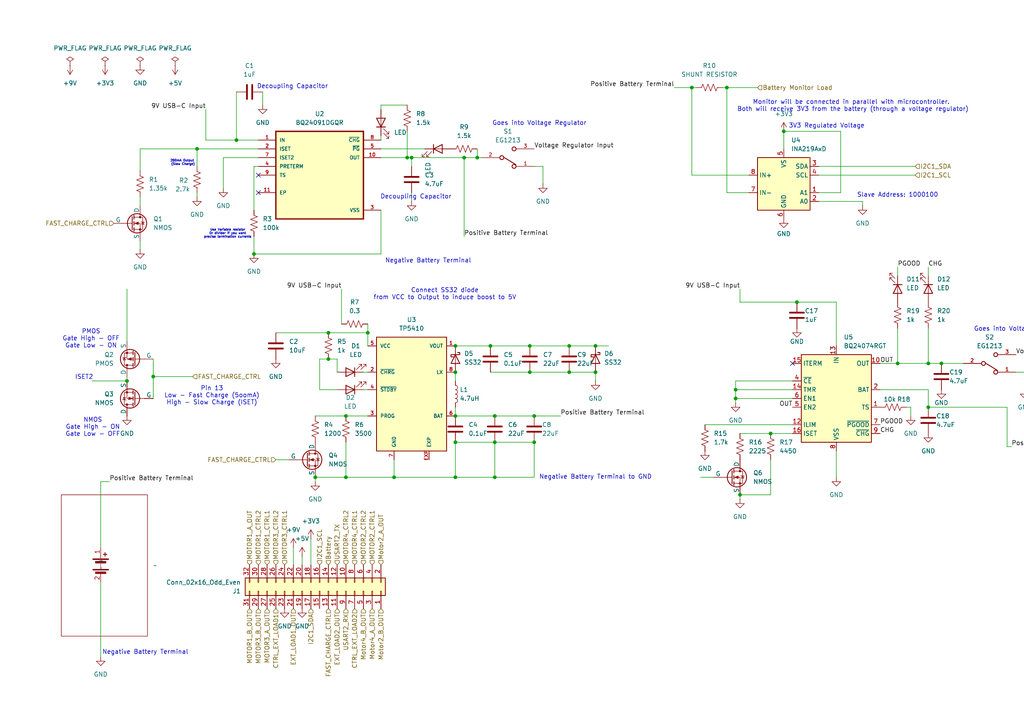
<source format=kicad_sch>
(kicad_sch (version 20250114) (generator "eeschema") (generator_version "9.0")
  (paper "A4")
  (title_block (title "EEE3088F Project PCB Design") (date "2025-03-24") (rev "v1.0.2") (company "University of Cape Town") (comment 3 "         Emmanual Basua") (comment 4 "Authors: Nejdet Demirtas"))
  (lib_symbols
    (symbol "Battery_Management:BQ24074RGT"
      (property "Reference" "U" (at -8.89 13.97 0))
      (property "Value" "BQ24074RGT" (at 16.51 13.97 0))
      (symbol "BQ24074RGT_1_1"
        (pin input line (at -12.7 10.16 0) (length 2.54) (name "ITERM") (number "15"))
        (pin input line (at -12.7 5.08 0) (length 2.54) (name "~{CE}") (number "4"))
        (pin input line (at -12.7 2.54 0) (length 2.54) (name "TMR") (number "14"))
        (pin input line (at -12.7 0 0) (length 2.54) (name "EN1") (number "6"))
        (pin input line (at -12.7 -2.54 0) (length 2.54) (name "EN2") (number "5"))
        (pin passive line (at -12.7 -7.62 0) (length 2.54) (name "ILIM") (number "12"))
        (pin passive line (at -12.7 -10.16 0) (length 2.54) (name "ISET") (number "16"))
        (pin power_in line (at 0 15.24 270) (length 2.54) (name "IN") (number "13"))
        (pin passive line (at 0 -15.24 90) (length 2.54) (hide yes) (name "VSS") (number "17"))
        (pin power_in line (at 0 -15.24 90) (length 2.54) (name "VSS") (number "8"))
        (pin power_out line (at 12.7 10.16 180) (length 2.54) (name "OUT") (number "10"))
        (pin passive line (at 12.7 10.16 180) (length 2.54) (hide yes) (name "OUT") (number "11"))
        (pin power_out line (at 12.7 2.54 180) (length 2.54) (name "BAT") (number "2"))
        (pin passive line (at 12.7 2.54 180) (length 2.54) (hide yes) (name "BAT") (number "3"))
        (pin passive line (at 12.7 -2.54 180) (length 2.54) (name "TS") (number "1"))
        (pin open_collector line (at 12.7 -7.62 180) (length 2.54) (name "~{PGOOD}") (number "7"))
        (pin open_collector line (at 12.7 -10.16 180) (length 2.54) (name "~{CHG}") (number "9"))
      )
    )
    (symbol "Connector_Generic:Conn_02x16_Odd_Even" (pin_names (offset 1.016) (hide yes))
      (property "Reference" "J" (at 1.27 20.32 0))
      (property "Value" "Conn_02x16_Odd_Even" (at 1.27 -22.86 0))
      (symbol "Conn_02x16_Odd_Even_1_1"
        (pin passive line (at -5.08 17.78 0) (length 3.81) (name "Pin_1") (number "1"))
        (pin passive line (at -5.08 15.24 0) (length 3.81) (name "Pin_3") (number "3"))
        (pin passive line (at -5.08 12.7 0) (length 3.81) (name "Pin_5") (number "5"))
        (pin passive line (at -5.08 10.16 0) (length 3.81) (name "Pin_7") (number "7"))
        (pin passive line (at -5.08 7.62 0) (length 3.81) (name "Pin_9") (number "9"))
        (pin passive line (at -5.08 5.08 0) (length 3.81) (name "Pin_11") (number "11"))
        (pin passive line (at -5.08 2.54 0) (length 3.81) (name "Pin_13") (number "13"))
        (pin passive line (at -5.08 0 0) (length 3.81) (name "Pin_15") (number "15"))
        (pin passive line (at -5.08 -2.54 0) (length 3.81) (name "Pin_17") (number "17"))
        (pin passive line (at -5.08 -5.08 0) (length 3.81) (name "Pin_19") (number "19"))
        (pin passive line (at -5.08 -7.62 0) (length 3.81) (name "Pin_21") (number "21"))
        (pin passive line (at -5.08 -10.16 0) (length 3.81) (name "Pin_23") (number "23"))
        (pin passive line (at -5.08 -12.7 0) (length 3.81) (name "Pin_25") (number "25"))
        (pin passive line (at -5.08 -15.24 0) (length 3.81) (name "Pin_27") (number "27"))
        (pin passive line (at -5.08 -17.78 0) (length 3.81) (name "Pin_29") (number "29"))
        (pin passive line (at -5.08 -20.32 0) (length 3.81) (name "Pin_31") (number "31"))
        (pin passive line (at 7.62 17.78 180) (length 3.81) (name "Pin_2") (number "2"))
        (pin passive line (at 7.62 15.24 180) (length 3.81) (name "Pin_4") (number "4"))
        (pin passive line (at 7.62 12.7 180) (length 3.81) (name "Pin_6") (number "6"))
        (pin passive line (at 7.62 10.16 180) (length 3.81) (name "Pin_8") (number "8"))
        (pin passive line (at 7.62 7.62 180) (length 3.81) (name "Pin_10") (number "10"))
        (pin passive line (at 7.62 5.08 180) (length 3.81) (name "Pin_12") (number "12"))
        (pin passive line (at 7.62 2.54 180) (length 3.81) (name "Pin_14") (number "14"))
        (pin passive line (at 7.62 0 180) (length 3.81) (name "Pin_16") (number "16"))
        (pin passive line (at 7.62 -2.54 180) (length 3.81) (name "Pin_18") (number "18"))
        (pin passive line (at 7.62 -5.08 180) (length 3.81) (name "Pin_20") (number "20"))
        (pin passive line (at 7.62 -7.62 180) (length 3.81) (name "Pin_22") (number "22"))
        (pin passive line (at 7.62 -10.16 180) (length 3.81) (name "Pin_24") (number "24"))
        (pin passive line (at 7.62 -12.7 180) (length 3.81) (name "Pin_26") (number "26"))
        (pin passive line (at 7.62 -15.24 180) (length 3.81) (name "Pin_28") (number "28"))
        (pin passive line (at 7.62 -17.78 180) (length 3.81) (name "Pin_30") (number "30"))
        (pin passive line (at 7.62 -20.32 180) (length 3.81) (name "Pin_32") (number "32"))
      )
    )
    (symbol "Device:C" (pin_numbers (hide yes)) (pin_names (offset 0.254))
      (property "Reference" "C" (at 0.635 2.54 0))
      (property "Value" "C" (at 0.635 -2.54 0))
      (symbol "C_1_1"
        (pin passive line (at 0 3.81 270) (length 2.794) (name "~") (number "1"))
        (pin passive line (at 0 -3.81 90) (length 2.794) (name "~") (number "2"))
      )
    )
    (symbol "Device:L" (pin_numbers (hide yes)) (pin_names (offset 1.016) (hide yes))
      (property "Reference" "L" (at -1.27 0 90))
      (property "Value" "L" (at 1.905 0 90))
      (symbol "L_1_1"
        (pin passive line (at 0 3.81 270) (length 1.27) (name "1") (number "1"))
        (pin passive line (at 0 -3.81 90) (length 1.27) (name "2") (number "2"))
      )
    )
    (symbol "Device:LED" (pin_numbers (hide yes)) (pin_names (offset 1.016) (hide yes))
      (property "Reference" "D" (at 0 2.54 0))
      (property "Value" "LED" (at 0 -2.54 0))
      (symbol "LED_1_1"
        (pin passive line (at -3.81 0 0) (length 2.54) (name "K") (number "1"))
        (pin passive line (at 3.81 0 180) (length 2.54) (name "A") (number "2"))
      )
    )
    (symbol "Device:LiPo_Battery"
      (symbol "LiPo_Battery_1_1"
        (pin passive line (at 0 3.81 270) (length 2.54) (name "+") (number "1"))
        (pin passive line (at 0 -6.35 90) (length 2.54) (name "-") (number "2"))
      )
    )
    (symbol "Device:R_US" (pin_numbers (hide yes)) (pin_names (offset 0))
      (property "Reference" "R" (at 2.54 0 90))
      (property "Value" "R_US" (at -2.54 0 90))
      (symbol "R_US_1_1"
        (pin passive line (at 0 3.81 270) (length 1.27) (name "~") (number "1"))
        (pin passive line (at 0 -3.81 90) (length 1.27) (name "~") (number "2"))
      )
    )
    (symbol "Diode:SS32" (pin_numbers (hide yes)) (pin_names (offset 1.016) (hide yes))
      (property "Reference" "D" (at 0 2.54 0))
      (property "Value" "SS32" (at 0 -2.54 0))
      (symbol "SS32_1_1"
        (pin passive line (at -3.81 0 0) (length 2.54) (name "K") (number "1"))
        (pin passive line (at 3.81 0 180) (length 2.54) (name "A") (number "2"))
      )
    )
    (symbol "Micro-Mouse Symbol Library:BQ24091DGQR" (pin_names (offset 1.016))
      (property "Reference" "U" (at -12.7 13.7 0))
      (property "Value" "BQ24091DGQR" (at -12.7 -16.7 0))
      (symbol "BQ24091DGQR_0_0"
        (pin input line (at -17.78 10.16 0) (length 5.08) (name "IN") (number "1"))
        (pin input line (at -17.78 7.62 0) (length 5.08) (name "ISET") (number "2"))
        (pin input line (at -17.78 5.08 0) (length 5.08) (name "ISET2") (number "7"))
        (pin input line (at -17.78 2.54 0) (length 5.08) (name "PRETERM") (number "4"))
        (pin input line (at -17.78 0 0) (length 5.08) (name "TS") (number "9"))
        (pin bidirectional line (at -17.78 -5.08 0) (length 5.08) (name "EP") (number "11"))
        (pin output line (at 17.78 10.16 180) (length 5.08) (name "~{CHG}") (number "8"))
        (pin output line (at 17.78 7.62 180) (length 5.08) (name "~{PG}") (number "5"))
        (pin output line (at 17.78 5.08 180) (length 5.08) (name "OUT") (number "10"))
        (pin power_in line (at 17.78 -10.16 180) (length 5.08) (name "VSS") (number "3"))
      )
    )
    (symbol "Micro-Mouse Symbol Library:EG1213" (pin_names (offset 1.016))
      (property "Reference" "S" (at 0 0 0))
      (property "Value" "EG1213" (at 0 0 0))
      (symbol "EG1213_0_0"
        (pin passive line (at -7.62 2.54 0) (length 5.08) (name "~") (number "1"))
        (pin passive line (at -7.62 -2.54 0) (length 5.08) (name "~") (number "3"))
        (pin passive line (at 7.62 0 180) (length 5.08) (name "~") (number "2"))
      )
    )
    (symbol "Sensor_Energy:INA219AxD"
      (property "Reference" "U" (at -6.35 8.89 0))
      (property "Value" "INA219AxD" (at 5.08 8.89 0))
      (symbol "INA219AxD_1_1"
        (pin input line (at -10.16 2.54 0) (length 2.54) (name "IN+") (number "8"))
        (pin input line (at -10.16 -2.54 0) (length 2.54) (name "IN-") (number "7"))
        (pin power_in line (at 0 10.16 270) (length 2.54) (name "VS") (number "5"))
        (pin power_in line (at 0 -10.16 90) (length 2.54) (name "GND") (number "6"))
        (pin bidirectional line (at 10.16 5.08 180) (length 2.54) (name "SDA") (number "3"))
        (pin input line (at 10.16 2.54 180) (length 2.54) (name "SCL") (number "4"))
        (pin input line (at 10.16 -2.54 180) (length 2.54) (name "A1") (number "1"))
        (pin input line (at 10.16 -5.08 180) (length 2.54) (name "A0") (number "2"))
      )
    )
    (symbol "Simulation_SPICE:NMOS" (pin_numbers (hide yes)) (pin_names (offset 0))
      (property "Reference" "Q" (at 5.08 1.27 0))
      (property "Value" "NMOS" (at 5.08 -1.27 0))
      (symbol "NMOS_1_1"
        (pin input line (at -5.08 0 0) (length 2.54) (name "G") (number "2"))
        (pin passive line (at 2.54 5.08 270) (length 2.54) (name "D") (number "1"))
        (pin passive line (at 2.54 -5.08 90) (length 2.54) (name "S") (number "3"))
      )
    )
    (symbol "Simulation_SPICE:PMOS" (pin_numbers (hide yes)) (pin_names (offset 0))
      (property "Reference" "Q" (at 5.08 1.27 0))
      (property "Value" "PMOS" (at 5.08 -1.27 0))
      (symbol "PMOS_1_1"
        (pin input line (at -5.08 0 0) (length 2.54) (name "G") (number "2"))
        (pin passive line (at 2.54 5.08 270) (length 2.54) (name "D") (number "1"))
        (pin passive line (at 2.54 -5.08 90) (length 2.54) (name "S") (number "3"))
      )
    )
    (symbol "TP5410:TP5410" (pin_names (offset 1.016))
      (property "Reference" "U" (at -10.16 23.622 0))
      (property "Value" "TP5410" (at 7.62 -12.7 0))
      (symbol "TP5410_0_0"
        (pin bidirectional line (at -12.7 20.32 0) (length 2.54) (name "VCC") (number "5"))
        (pin bidirectional line (at -12.7 12.7 0) (length 2.54) (name "~{CHRG}") (number "2"))
        (pin bidirectional line (at -12.7 7.62 0) (length 2.54) (name "~{STDBY}") (number "4"))
        (pin bidirectional line (at -12.7 0 0) (length 2.54) (name "PROG") (number "3"))
        (pin bidirectional line (at -5.08 -12.7 90) (length 2.54) (name "GND") (number "7"))
        (pin bidirectional line (at 5.08 -12.7 90) (length 2.54) (name "EXP") (number "EXP"))
        (pin bidirectional line (at 12.7 20.32 180) (length 2.54) (name "VOUT") (number "1"))
        (pin bidirectional line (at 12.7 12.7 180) (length 2.54) (name "LX") (number "8"))
        (pin bidirectional line (at 12.7 0 180) (length 2.54) (name "BAT") (number "6"))
      )
    )
    (symbol "power:+3V3" (power) (pin_numbers (hide yes)) (pin_names (offset 0) (hide yes))
      (property "Value" "+3V3" (at 0 3.556 0))
      (symbol "+3V3_1_1"
        (pin power_in line (at 0 0 90) (length 0) (name "~") (number "1"))
      )
    )
    (symbol "power:+5V" (power) (pin_numbers (hide yes)) (pin_names (offset 0) (hide yes))
      (property "Value" "+5V" (at 0 3.556 0))
      (symbol "+5V_1_1"
        (pin power_in line (at 0 0 90) (length 0) (name "~") (number "1"))
      )
    )
    (symbol "power:+9V" (power) (pin_numbers (hide yes)) (pin_names (offset 0) (hide yes))
      (property "Value" "+9V" (at 0 3.556 0))
      (symbol "+9V_1_1"
        (pin power_in line (at 0 0 90) (length 0) (name "~") (number "1"))
      )
    )
    (symbol "power:GND" (power) (pin_numbers (hide yes)) (pin_names (offset 0) (hide yes))
      (property "Value" "GND" (at 0 -3.81 0))
      (symbol "GND_1_1"
        (pin power_in line (at 0 0 270) (length 0) (name "~") (number "1"))
      )
    )
    (symbol "power:PWR_FLAG" (power) (pin_numbers (hide yes)) (pin_names (offset 0) (hide yes))
      (property "Value" "PWR_FLAG" (at 0 3.81 0))
      (symbol "PWR_FLAG_0_0"
        (pin power_out line (at 0 0 90) (length 0) (name "~") (number "1"))
      )
    )
  )
  (text "3V3 Regulated Voltage\n" (at 239.776 36.576 0) (effects (font (size 1.27 1.27))))
  (text "Connect SS32 diode\nfrom VCC to Output to induce boost to 5V" (at 129.032 85.344 0) (effects (font (size 1.27 1.27))))
  (text "ISET2\n" (at 24.384 109.474 0) (effects (font (size 1.27 1.27))))
  (text "Monitor will be connected in parallel with microcontroller. \nBoth will receive 3V3 from the battery (through a voltage regulator)" (at 247.396 30.734 0) (effects (font (size 1.27 1.27))))
  (text "Slave Address: 1000100\n" (at 260.35 56.642 0) (effects (font (size 1.27 1.27))))
  (text "200mA Output \n(Slow Charge)" (at 53.086 47.244 0) (effects (font (size 0.635 0.635))))
  (text "Pin 13\nLow - Fast Charge (5oomA)\nHigh - Slow Charge (ISET)\n" (at 61.468 114.808 0) (effects (font (size 1.27 1.27))))
  (text "NMOS\nGate High - ON\nGate Low - OFF\n" (at 26.924 123.952 0) (effects (font (size 1.27 1.27))))
  (text "Negative Battery Terminal\n" (at 42.164 189.23 0) (effects (font (size 1.27 1.27))))
  (text "Use Variable resistor\nOr divider if you want\nprecise termination currents" (at 66.04 67.818 0) (effects (font (size 0.635 0.635))))
  (text "Negative Battery Terminal" (at 124.206 75.692 0) (effects (font (size 1.27 1.27))))
  (text "PMOS\nGate High - OFF\nGate Low - ON" (at 26.416 98.298 0) (effects (font (size 1.27 1.27))))
  (text "Goes into Voltage Regulator\n" (at 156.464 35.814 0) (effects (font (size 1.27 1.27))))
  (text "Decoupling Capacitor\n" (at 84.836 25.146 0) (effects (font (size 1.27 1.27))))
  (text "Decoupling Capacitor\n" (at 120.65 57.15 0) (effects (font (size 1.27 1.27))))
  (text "Goes into Voltage Regulator\n" (at 296.164 95.504 0) (effects (font (size 1.27 1.27))))
  (text "Negative Battery Terminal to GND\n" (at 172.72 138.43 0) (effects (font (size 1.27 1.27))))
  (junction (at 68.58 40.64))
  (junction (at 143.51 138.43))
  (junction (at 132.08 100.33))
  (junction (at 142.24 100.33))
  (junction (at 231.14 87.63))
  (junction (at 36.83 110.49))
  (junction (at 106.68 96.52))
  (junction (at 119.38 45.72))
  (junction (at 132.08 128.27))
  (junction (at 210.82 25.4))
  (junction (at 153.67 100.33))
  (junction (at 172.72 100.33))
  (junction (at 114.3 138.43))
  (junction (at 227.33 38.1))
  (junction (at 95.25 96.52))
  (junction (at 44.45 109.22))
  (junction (at 153.67 107.95))
  (junction (at 213.36 115.57))
  (junction (at 132.08 120.65))
  (junction (at 273.05 105.41))
  (junction (at 172.72 107.95))
  (junction (at 269.24 118.11))
  (junction (at 214.63 143.51))
  (junction (at 165.1 100.33))
  (junction (at 260.35 105.41))
  (junction (at 132.08 138.43))
  (junction (at 73.66 73.66))
  (junction (at 100.33 138.43))
  (junction (at 95.25 104.14))
  (junction (at 154.94 120.65))
  (junction (at 138.43 45.72))
  (junction (at 132.08 107.95))
  (junction (at 200.66 25.4))
  (junction (at 100.33 120.65))
  (junction (at 143.51 120.65))
  (junction (at 154.94 128.27))
  (junction (at 165.1 107.95))
  (junction (at 143.51 128.27))
  (junction (at 213.36 113.03))
  (junction (at 57.15 43.18))
  (junction (at 91.44 138.43))
  (junction (at 118.11 45.72))
  (junction (at 269.24 105.41))
  (junction (at 134.62 45.72))
  (junction (at 223.52 125.73))
  (no_connect (at 74.93 55.88))
  (no_connect (at 74.93 50.8))
  (no_connect (at 229.87 105.41))
  (wire (pts (xy 250.19 58.42) (xy 250.19 59.69)))
  (wire (pts (xy 154.94 128.27) (xy 154.94 138.43)))
  (wire (pts (xy 269.24 105.41) (xy 273.05 105.41)))
  (wire (pts (xy 132.08 118.11) (xy 132.08 120.65)))
  (wire (pts (xy 142.24 100.33) (xy 153.67 100.33)))
  (wire (pts (xy 297.18 107.95) (xy 297.18 113.03)))
  (wire (pts (xy 269.24 113.03) (xy 269.24 118.11)))
  (wire (pts (xy 91.44 138.43) (xy 91.44 139.7)))
  (wire (pts (xy 227.33 38.1) (xy 227.33 43.18)))
  (wire (pts (xy 92.71 104.14) (xy 95.25 104.14)))
  (wire (pts (xy 29.21 139.7) (xy 31.75 139.7)))
  (wire (pts (xy 97.79 104.14) (xy 97.79 107.95)))
  (wire (pts (xy 157.48 48.26) (xy 157.48 53.34)))
  (wire (pts (xy 40.64 43.18) (xy 40.64 49.53)))
  (wire (pts (xy 132.08 107.95) (xy 132.08 110.49)))
  (wire (pts (xy 273.05 105.41) (xy 279.4 105.41)))
  (wire (pts (xy 200.66 50.8) (xy 217.17 50.8)))
  (wire (pts (xy 92.71 104.14) (xy 92.71 113.03)))
  (wire (pts (xy 142.24 107.95) (xy 153.67 107.95)))
  (wire (pts (xy 214.63 143.51) (xy 214.63 144.78)))
  (wire (pts (xy 209.55 25.4) (xy 210.82 25.4)))
  (wire (pts (xy 132.08 120.65) (xy 143.51 120.65)))
  (wire (pts (xy 292.1 118.11) (xy 269.24 118.11)))
  (wire (pts (xy 40.64 57.15) (xy 40.64 59.69)))
  (wire (pts (xy 95.25 104.14) (xy 97.79 104.14)))
  (wire (pts (xy 40.64 69.85) (xy 40.64 72.39)))
  (wire (pts (xy 269.24 77.47) (xy 269.24 80.01)))
  (wire (pts (xy 172.72 107.95) (xy 172.72 110.49)))
  (wire (pts (xy 110.49 43.18) (xy 123.19 43.18)))
  (wire (pts (xy 213.36 113.03) (xy 229.87 113.03)))
  (wire (pts (xy 76.2 26.67) (xy 76.2 30.48)))
  (wire (pts (xy 213.36 115.57) (xy 213.36 116.84)))
  (wire (pts (xy 214.63 87.63) (xy 231.14 87.63)))
  (wire (pts (xy 172.72 100.33) (xy 176.53 100.33)))
  (wire (pts (xy 237.49 58.42) (xy 250.19 58.42)))
  (wire (pts (xy 138.43 45.72) (xy 139.7 45.72)))
  (wire (pts (xy 114.3 138.43) (xy 100.33 138.43)))
  (wire (pts (xy 80.01 133.35) (xy 83.82 133.35)))
  (wire (pts (xy 142.24 100.33) (xy 132.08 100.33)))
  (wire (pts (xy 57.15 43.18) (xy 74.93 43.18)))
  (wire (pts (xy 36.83 83.82) (xy 36.83 99.06)))
  (wire (pts (xy 73.66 68.58) (xy 73.66 73.66)))
  (wire (pts (xy 59.69 31.75) (xy 59.69 40.64)))
  (wire (pts (xy 153.67 107.95) (xy 165.1 107.95)))
  (wire (pts (xy 95.25 96.52) (xy 106.68 96.52)))
  (wire (pts (xy 44.45 115.57) (xy 44.45 109.22)))
  (wire (pts (xy 264.16 118.11) (xy 264.16 120.65)))
  (wire (pts (xy 99.06 83.82) (xy 99.06 93.98)))
  (wire (pts (xy 195.58 25.4) (xy 200.66 25.4)))
  (wire (pts (xy 134.62 45.72) (xy 134.62 68.58)))
  (wire (pts (xy 231.14 87.63) (xy 242.57 87.63)))
  (wire (pts (xy 114.3 138.43) (xy 132.08 138.43)))
  (wire (pts (xy 217.17 55.88) (xy 210.82 55.88)))
  (wire (pts (xy 260.35 105.41) (xy 269.24 105.41)))
  (wire (pts (xy 138.43 43.18) (xy 138.43 45.72)))
  (wire (pts (xy 57.15 43.18) (xy 57.15 48.26)))
  (wire (pts (xy 110.49 30.48) (xy 110.49 31.75)))
  (wire (pts (xy 204.47 123.19) (xy 229.87 123.19)))
  (wire (pts (xy 100.33 120.65) (xy 106.68 120.65)))
  (wire (pts (xy 227.33 38.1) (xy 243.84 38.1)))
  (wire (pts (xy 36.83 109.22) (xy 36.83 110.49)))
  (wire (pts (xy 44.45 104.14) (xy 44.45 109.22)))
  (wire (pts (xy 119.38 45.72) (xy 119.38 48.26)))
  (wire (pts (xy 106.68 96.52) (xy 106.68 100.33)))
  (wire (pts (xy 57.15 55.88) (xy 57.15 57.15)))
  (wire (pts (xy 57.15 43.18) (xy 40.64 43.18)))
  (wire (pts (xy 200.66 25.4) (xy 201.93 25.4)))
  (wire (pts (xy 143.51 128.27) (xy 143.51 138.43)))
  (wire (pts (xy 73.66 73.66) (xy 110.49 73.66)))
  (wire (pts (xy 105.41 107.95) (xy 106.68 107.95)))
  (wire (pts (xy 92.71 113.03) (xy 97.79 113.03)))
  (wire (pts (xy 223.52 133.35) (xy 223.52 143.51)))
  (wire (pts (xy 100.33 128.27) (xy 100.33 138.43)))
  (wire (pts (xy 110.49 39.37) (xy 110.49 40.64)))
  (wire (pts (xy 154.94 120.65) (xy 162.56 120.65)))
  (wire (pts (xy 213.36 110.49) (xy 229.87 110.49)))
  (wire (pts (xy 292.1 129.54) (xy 293.37 129.54)))
  (wire (pts (xy 132.08 128.27) (xy 143.51 128.27)))
  (wire (pts (xy 87.63 161.29) (xy 87.63 163.83)))
  (wire (pts (xy 165.1 107.95) (xy 172.72 107.95)))
  (wire (pts (xy 59.69 40.64) (xy 68.58 40.64)))
  (wire (pts (xy 118.11 38.1) (xy 118.11 45.72)))
  (wire (pts (xy 255.27 113.03) (xy 269.24 113.03)))
  (wire (pts (xy 138.43 45.72) (xy 134.62 45.72)))
  (wire (pts (xy 223.52 143.51) (xy 214.63 143.51)))
  (wire (pts (xy 242.57 130.81) (xy 242.57 138.43)))
  (wire (pts (xy 262.89 118.11) (xy 264.16 118.11)))
  (wire (pts (xy 73.66 48.26) (xy 74.93 48.26)))
  (wire (pts (xy 153.67 100.33) (xy 165.1 100.33)))
  (wire (pts (xy 106.68 93.98) (xy 106.68 96.52)))
  (wire (pts (xy 200.66 25.4) (xy 200.66 50.8)))
  (wire (pts (xy 269.24 95.25) (xy 269.24 105.41)))
  (wire (pts (xy 100.33 138.43) (xy 91.44 138.43)))
  (wire (pts (xy 154.94 48.26) (xy 157.48 48.26)))
  (wire (pts (xy 237.49 50.8) (xy 265.43 50.8)))
  (wire (pts (xy 119.38 45.72) (xy 134.62 45.72)))
  (wire (pts (xy 260.35 77.47) (xy 260.35 80.01)))
  (wire (pts (xy 210.82 25.4) (xy 210.82 55.88)))
  (wire (pts (xy 165.1 100.33) (xy 172.72 100.33)))
  (wire (pts (xy 143.51 128.27) (xy 154.94 128.27)))
  (wire (pts (xy 210.82 25.4) (xy 219.71 25.4)))
  (wire (pts (xy 203.2 138.43) (xy 207.01 138.43)))
  (wire (pts (xy 68.58 26.67) (xy 68.58 40.64)))
  (wire (pts (xy 213.36 115.57) (xy 229.87 115.57)))
  (wire (pts (xy 118.11 45.72) (xy 119.38 45.72)))
  (wire (pts (xy 91.44 120.65) (xy 100.33 120.65)))
  (wire (pts (xy 64.77 45.72) (xy 64.77 54.61)))
  (wire (pts (xy 292.1 129.54) (xy 292.1 118.11)))
  (wire (pts (xy 243.84 55.88) (xy 243.84 38.1)))
  (wire (pts (xy 74.93 45.72) (xy 64.77 45.72)))
  (wire (pts (xy 242.57 100.33) (xy 242.57 87.63)))
  (wire (pts (xy 132.08 128.27) (xy 132.08 138.43)))
  (wire (pts (xy 223.52 125.73) (xy 229.87 125.73)))
  (wire (pts (xy 255.27 105.41) (xy 260.35 105.41)))
  (wire (pts (xy 85.09 158.75) (xy 85.09 163.83)))
  (wire (pts (xy 214.63 83.82) (xy 214.63 87.63)))
  (wire (pts (xy 110.49 45.72) (xy 118.11 45.72)))
  (wire (pts (xy 68.58 40.64) (xy 74.93 40.64)))
  (wire (pts (xy 26.67 110.49) (xy 36.83 110.49)))
  (wire (pts (xy 44.45 109.22) (xy 55.88 109.22)))
  (wire (pts (xy 29.21 168.91) (xy 29.21 190.5)))
  (wire (pts (xy 80.01 96.52) (xy 95.25 96.52)))
  (wire (pts (xy 213.36 113.03) (xy 213.36 115.57)))
  (wire (pts (xy 118.11 30.48) (xy 110.49 30.48)))
  (wire (pts (xy 132.08 138.43) (xy 143.51 138.43)))
  (wire (pts (xy 294.64 107.95) (xy 297.18 107.95)))
  (wire (pts (xy 90.17 156.21) (xy 90.17 163.83)))
  (wire (pts (xy 237.49 48.26) (xy 265.43 48.26)))
  (wire (pts (xy 73.66 60.96) (xy 73.66 48.26)))
  (wire (pts (xy 237.49 55.88) (xy 243.84 55.88)))
  (wire (pts (xy 214.63 125.73) (xy 223.52 125.73)))
  (wire (pts (xy 213.36 110.49) (xy 213.36 113.03)))
  (wire (pts (xy 105.41 113.03) (xy 106.68 113.03)))
  (wire (pts (xy 260.35 95.25) (xy 260.35 105.41)))
  (wire (pts (xy 119.38 58.42) (xy 119.38 55.88)))
  (wire (pts (xy 114.3 133.35) (xy 114.3 138.43)))
  (wire (pts (xy 143.51 120.65) (xy 154.94 120.65)))
  (wire (pts (xy 143.51 138.43) (xy 154.94 138.43)))
  (wire (pts (xy 29.21 139.7) (xy 29.21 158.75)))
  (wire (pts (xy 110.49 60.96) (xy 110.49 73.66)))
  (label "9V USB-C Input" (at 99.06 83.82 180))
  (label "Positive Battery Terminal" (at 195.58 25.4 180))
  (label "PGOOD" (at 255.27 123.19 0))
  (label "OUT" (at 255.27 105.41 0))
  (label "9V USB-C Input" (at 214.63 83.82 180))
  (label "Voltage Regulator Input" (at 154.94 43.18 0))
  (label "9V USB-C Input" (at 59.69 31.75 180))
  (label "CHG" (at 269.24 77.47 0))
  (label "Positive Battery Terminal" (at 162.56 120.65 0))
  (label "PGOOD" (at 260.35 77.47 0))
  (label "Voltage Regulator Input" (at 294.64 102.87 0))
  (label "CHG" (at 255.27 125.73 0))
  (label "Positive Battery Terminal" (at 134.62 68.58 0))
  (label "OUT" (at 229.87 118.11 180))
  (label "Positive Battery Terminal" (at 293.37 129.54 0))
  (label "Positive Battery Terminal" (at 31.75 139.7 0))
  (hierarchical_label "MOTOR4_CTRL2" (shape input) (at 100.33 163.83 90))
  (hierarchical_label "MOTOR1_B_OUT" (shape input) (at 72.39 176.53 270))
  (hierarchical_label "USART2_TX" (shape input) (at 97.79 163.83 90))
  (hierarchical_label "EXT_LOAD2_OUT" (shape input) (at 97.79 176.53 270))
  (hierarchical_label "CTRL_EXT_LOAD1" (shape input) (at 80.01 176.53 270))
  (hierarchical_label "FAST_CHARGE_CTRL" (shape input) (at 33.02 64.77 180))
  (hierarchical_label "MOTOR3_B_OUT" (shape input) (at 74.93 176.53 270))
  (hierarchical_label "MOTOR2_CTRL2" (shape input) (at 105.41 163.83 90))
  (hierarchical_label "Motor2_A_OUT" (shape input) (at 110.49 163.83 90))
  (hierarchical_label "USART2_RX" (shape input) (at 100.33 176.53 270))
  (hierarchical_label "MOTOR4_CTRL1" (shape input) (at 102.87 163.83 90))
  (hierarchical_label "MOTOR1_CTRL1" (shape input) (at 77.47 163.83 90))
  (hierarchical_label "FAST_CHARGE_CTRL" (shape input) (at 80.01 133.35 180))
  (hierarchical_label "Battery" (shape input) (at 95.25 163.83 90))
  (hierarchical_label "MOTOR3_CTRL1" (shape input) (at 82.55 163.83 90))
  (hierarchical_label "Motor4_A_OUT" (shape input) (at 107.95 176.53 270))
  (hierarchical_label "MOTOR2_CTRL1" (shape input) (at 107.95 163.83 90))
  (hierarchical_label "I2C1_SCL" (shape input) (at 265.43 50.8 0))
  (hierarchical_label "MOTOR3_A_OUT" (shape input) (at 77.47 176.53 270))
  (hierarchical_label "FAST_CHARGE_CTRL" (shape input) (at 95.25 176.53 270))
  (hierarchical_label "EXT_LOAD1_OUT" (shape input) (at 85.09 176.53 270))
  (hierarchical_label "FAST_CHARGE_CTRL" (shape input) (at 55.88 109.22 0))
  (hierarchical_label "I2C1_SDA" (shape input) (at 265.43 48.26 0))
  (hierarchical_label "Motor2_B_OUT" (shape input) (at 110.49 176.53 270))
  (hierarchical_label "I2C1_SCL" (shape input) (at 92.71 163.83 90))
  (hierarchical_label "MOTOR3_CTRL2" (shape input) (at 80.01 163.83 90))
  (hierarchical_label "MOTOR1_CTRL2" (shape input) (at 74.93 163.83 90))
  (hierarchical_label "MOTOR1_A_OUT" (shape input) (at 72.39 163.83 90))
  (hierarchical_label "Battery Monitor Load" (shape input) (at 219.71 25.4 0))
  (hierarchical_label "Motor4_B_OUT" (shape input) (at 105.41 176.53 270))
  (hierarchical_label "I2C1_SDA" (shape input) (at 90.17 176.53 270))
  (hierarchical_label "CTRL_EXT_LOAD2" (shape input) (at 102.87 176.53 270))
  (symbol (lib_id "Battery_Management:BQ24074RGT") (at 242.57 115.57 0) (unit 1)
    (property "Reference" "U5" (at 244.7133 97.79 0) (effects (justify left)))
    (property "Value" "BQ24074RGT" (at 244.7133 100.33 0) (effects (justify left)))
    (property "Footprint" "Package_DFN_QFN:VQFN-16-1EP_3x3mm_P0.5mm_EP1.6x1.6mm" (effects (hide yes)))
    (property "Datasheet" "http://www.ti.com/lit/ds/symlink/bq24074.pdf" (effects (hide yes)))
    (property "Description" "USB-Friendly Li-Ion Battery Charger and Power-Path Management, VQFN-16" (effects (hide yes)))
  )
  (symbol (lib_id "Simulation_SPICE:NMOS") (at 88.9 133.35 0) (unit 1)
    (property "Reference" "Q4" (at 95.25 132.0799 0) (effects (justify left)))
    (property "Value" "NMOS" (at 95.25 134.6199 0) (effects (justify left)))
    (property "Datasheet" "https://ngspice.sourceforge.io/docs/ngspice-html-manual/manual.xhtml#cha_MOSFETs" (effects (hide yes)))
    (property "Description" "N-MOSFET transistor, drain/source/gate" (effects (hide yes)))
    (property "Sim.Device" "NMOS" (effects (hide yes)))
    (property "Sim.Type" "VDMOS" (effects (hide yes)))
    (property "Sim.Pins" "1=D 2=G 3=S" (effects (hide yes)))
  )
  (symbol (lib_id "Device:C") (at 80.01 100.33 0) (unit 1)
    (property "Reference" "C2" (at 83.82 99.0599 0) (effects (justify left)))
    (property "Value" "10uF" (at 83.82 101.5999 0) (effects (justify left)))
    (property "Description" "Unpolarized capacitor" (effects (hide yes)))
  )
  (symbol (lib_id "Simulation_SPICE:PMOS") (at 39.37 104.14 180) (unit 1)
    (property "Reference" "Q2" (at 33.02 102.8699 0) (effects (justify left)))
    (property "Value" "PMOS" (at 33.02 105.4099 0) (effects (justify left)))
    (property "Datasheet" "https://jlcpcb.com/api/file/downloadByFileSystemAccessId/8586172103254663168" (effects (hide yes)))
    (property "Description" "P-MOSFET transistor, drain/source/gate" (effects (hide yes)))
    (property "Sim.Device" "PMOS" (effects (hide yes)))
    (property "Sim.Type" "VDMOS" (effects (hide yes)))
    (property "Sim.Pins" "1=D 2=G 3=S" (effects (hide yes)))
    (property "Price" "$3.10" (effects (hide yes)))
  )
  (symbol (lib_id "power:GND") (at 242.57 138.43 0) (unit 1)
    (property "Reference" "#PWR032" (effects (hide yes)))
    (property "Value" "GND" (at 242.57 143.51 0))
    (property "Description" "Power symbol creates a global label with name \"GND\" , ground" (effects (hide yes)))
  )
  (symbol (lib_id "power:+9V") (at 85.09 158.75 0) (unit 1)
    (property "Reference" "#PWR014" (effects (hide yes)))
    (property "Value" "+9V" (at 85.09 153.67 0))
    (property "Description" "Power symbol creates a global label with name \"+9V\"" (effects (hide yes)))
  )
  (symbol (lib_id "Simulation_SPICE:NMOS") (at 38.1 64.77 0) (unit 1)
    (property "Reference" "Q1" (at 44.45 63.4999 0) (effects (justify left)))
    (property "Value" "NMOS" (at 44.45 66.0399 0) (effects (justify left)))
    (property "Datasheet" "https://ngspice.sourceforge.io/docs/ngspice-html-manual/manual.xhtml#cha_MOSFETs" (effects (hide yes)))
    (property "Description" "N-MOSFET transistor, drain/source/gate" (effects (hide yes)))
    (property "Sim.Device" "NMOS" (effects (hide yes)))
    (property "Sim.Type" "VDMOS" (effects (hide yes)))
    (property "Sim.Pins" "1=D 2=G 3=S" (effects (hide yes)))
  )
  (symbol (lib_id "Sensor_Energy:INA219AxD") (at 227.33 53.34 0) (unit 1)
    (property "Reference" "U4" (at 229.4733 40.64 0) (effects (justify left)))
    (property "Value" "INA219AxD" (at 229.4733 43.18 0) (effects (justify left)))
    (property "Footprint" "Package_SO:SOIC-8_3.9x4.9mm_P1.27mm" (effects (hide yes)))
    (property "Datasheet" "http://www.ti.com/lit/ds/symlink/ina219.pdf" (effects (hide yes)))
    (property "Description" "Zero-Drift, Bidirectional Current/Power Monitor (0-26V) With I2C Interface, SOIC-8" (effects (hide yes)))
    (property "Price" "$5.98" (effects (hide yes)))
  )
  (symbol (lib_id "Device:R_US") (at 95.25 100.33 180) (unit 1)
    (property "Reference" "R5" (at 97.79 99.0599 0) (effects (justify right)))
    (property "Value" "1k" (at 97.79 101.5999 0) (effects (justify right)))
    (property "Description" "Resistor, US symbol" (effects (hide yes)))
  )
  (symbol (lib_id "power:GND") (at 269.24 125.73 0) (unit 1)
    (property "Reference" "#PWR034" (effects (hide yes)))
    (property "Value" "GND" (at 269.24 130.81 0))
    (property "Description" "Power symbol creates a global label with name \"GND\" , ground" (effects (hide yes)))
  )
  (symbol (lib_id "Device:R_US") (at 260.35 91.44 0) (unit 1)
    (property "Reference" "R19" (at 262.89 90.1699 0) (effects (justify left)))
    (property "Value" "1k" (at 262.89 92.7099 0) (effects (justify left)))
    (property "Footprint" "Resistor_SMD:R_0603_1608Metric" (effects (hide yes)))
    (property "Description" "Resistor, US symbol" (effects (hide yes)))
  )
  (symbol (lib_id "power:GND") (at 82.55 176.53 0) (unit 1)
    (property "Reference" "#PWR013" (effects (hide yes)))
    (property "Value" "GND" (at 82.55 181.61 0))
    (property "Description" "Power symbol creates a global label with name \"GND\" , ground" (effects (hide yes)))
  )
  (symbol (lib_id "power:GND") (at 119.38 58.42 0) (unit 1)
    (property "Reference" "#PWR019" (effects (hide yes)))
    (property "Value" "GND" (at 119.38 63.5 0))
    (property "Description" "Power symbol creates a global label with name \"GND\" , ground" (effects (hide yes)))
  )
  (symbol (lib_id "Device:R_US") (at 100.33 124.46 0) (unit 1)
    (property "Reference" "R6" (at 102.87 123.1899 0) (effects (justify left)))
    (property "Value" "3500" (at 102.87 125.7299 0) (effects (justify left)))
    (property "Description" "Resistor, US symbol" (effects (hide yes)))
  )
  (symbol (lib_id "power:PWR_FLAG") (at 30.48 19.05 0) (unit 1)
    (property "Reference" "#FLG02" (effects (hide yes)))
    (property "Value" "PWR_FLAG" (at 30.48 13.97 0))
    (property "Description" "Special symbol for telling ERC where power comes from" (effects (hide yes)))
  )
  (symbol (lib_id "power:+3V3") (at 227.33 38.1 0) (unit 1)
    (property "Reference" "#PWR024" (effects (hide yes)))
    (property "Value" "+3V3" (at 227.33 33.02 0))
    (property "Description" "Power symbol creates a global label with name \"+3V3\"" (effects (hide yes)))
  )
  (symbol (lib_id "power:GND") (at 29.21 190.5 0) (unit 1)
    (property "Reference" "#PWR02" (effects (hide yes)))
    (property "Value" "GND" (at 29.21 195.58 0))
    (property "Description" "Power symbol creates a global label with name \"GND\" , ground" (effects (hide yes)))
  )
  (symbol (lib_id "power:GND") (at 157.48 53.34 0) (unit 1)
    (property "Reference" "#PWR020" (effects (hide yes)))
    (property "Value" "GND" (at 157.48 58.42 0))
    (property "Description" "Power symbol creates a global label with name \"GND\" , ground" (effects (hide yes)))
  )
  (symbol (lib_id "power:GND") (at 231.14 95.25 0) (unit 1)
    (property "Reference" "#PWR031" (effects (hide yes)))
    (property "Value" "GND" (at 231.14 99.06 0))
    (property "Description" "Power symbol creates a global label with name \"GND\" , ground" (effects (hide yes)))
  )
  (symbol (lib_id "power:GND") (at 250.19 59.69 0) (unit 1)
    (property "Reference" "#PWR026" (effects (hide yes)))
    (property "Value" "GND" (at 250.19 64.77 0))
    (property "Description" "Power symbol creates a global label with name \"GND\" , ground" (effects (hide yes)))
  )
  (symbol (lib_id "Device:LED") (at 110.49 35.56 90) (unit 1)
    (property "Reference" "D3" (effects (hide yes)))
    (property "Value" "LED" (at 114.3 38.4174 90) (effects (justify right)))
    (property "Description" "Light emitting diode" (effects (hide yes)))
    (property "Sim.Pins" "1=K 2=A" (effects (hide yes)))
  )
  (symbol (lib_id "Device:C") (at 231.14 91.44 0) (unit 1)
    (property "Reference" "C17" (at 233.426 90.17 0) (effects (justify left)))
    (property "Value" "1uF" (at 233.426 92.71 0) (effects (justify left)))
    (property "Footprint" "Capacitor_SMD:C_0402_1005Metric" (effects (hide yes)))
    (property "Description" "Unpolarized capacitor" (effects (hide yes)))
  )
  (symbol (lib_id "power:PWR_FLAG") (at 20.32 19.05 0) (unit 1)
    (property "Reference" "#FLG01" (effects (hide yes)))
    (property "Value" "PWR_FLAG" (at 20.32 13.97 0))
    (property "Description" "Special symbol for telling ERC where power comes from" (effects (hide yes)))
  )
  (symbol (lib_id "Micro-Mouse Symbol Library:EG1213") (at 287.02 105.41 180) (unit 1)
    (property "Reference" "S2" (at 287.02 97.79 0))
    (property "Value" "EG1213" (at 287.02 100.33 0))
    (property "Footprint" "KiCad Footprints and Symbols:SW_EG1213" (effects (hide yes)))
    (property "Datasheet" "https://mm.digikey.com/Volume0/opasdata/d220001/medias/docus/6629/EG_Series.pdf" (effects (hide yes)))
    (property "MF" "e-switch inc" (effects (hide yes)))
    (property "Description_1" "Slide Switch SPDT Through Hole, Right Angle" (effects (hide yes)))
    (property "Package" "None" (effects (hide yes)))
    (property "Price" "$3.88" (effects (hide yes)))
    (property "Check_prices" "https://www.snapeda.com/parts/EG1213/E-Switch/view-part/?ref=eda" (effects (hide yes)))
    (property "SnapEDA_Link" "https://www.snapeda.com/parts/EG1213/E-Switch/view-part/?ref=snap" (effects (hide yes)))
    (property "MP" "EG1213" (effects (hide yes)))
    (property "Availability" "In Stock" (effects (hide yes)))
    (property "MANUFACTURER" "E-Switch" (effects (hide yes)))
  )
  (symbol (lib_id "power:GND") (at 172.72 110.49 0) (unit 1)
    (property "Reference" "#PWR021" (effects (hide yes)))
    (property "Value" "GND" (at 172.72 115.57 0))
    (property "Description" "Power symbol creates a global label with name \"GND\" , ground" (effects (hide yes)))
  )
  (symbol (lib_id "Device:C") (at 154.94 124.46 0) (unit 1)
    (property "Reference" "C8" (at 157.226 123.19 0) (effects (justify left)))
    (property "Value" "22uF" (at 157.226 125.73 0) (effects (justify left)))
    (property "Description" "Unpolarized capacitor" (effects (hide yes)))
  )
  (symbol (lib_id "Device:LiPo_Battery") (at 29.21 162.56 0) (unit 1)
    (property "Reference" "U1" (effects (hide yes)))
    (property "Value" "~" (at 44.45 164.01 0) (effects (justify left)))
  )
  (symbol (lib_id "Device:LED") (at 127 43.18 0) (unit 1)
    (property "Reference" "D4" (effects (hide yes)))
    (property "Value" "LED" (at 124.1426 46.99 90) (effects (justify right)))
    (property "Description" "Light emitting diode" (effects (hide yes)))
    (property "Sim.Pins" "1=K 2=A" (effects (hide yes)))
  )
  (symbol (lib_id "Device:R_US") (at 91.44 124.46 0) (unit 1)
    (property "Reference" "R4" (at 93.98 123.1899 0) (effects (justify left)))
    (property "Value" "1200" (at 93.98 125.7299 0) (effects (justify left)))
    (property "Description" "Resistor, US symbol" (effects (hide yes)))
  )
  (symbol (lib_id "Micro-Mouse Symbol Library:EG1213") (at 147.32 45.72 180) (unit 1)
    (property "Reference" "S1" (at 147.32 38.1 0))
    (property "Value" "EG1213" (at 147.32 40.64 0))
    (property "Footprint" "Micro-Mouse Component Footprints:SW_EG1213" (effects (hide yes)))
    (property "Datasheet" "https://mm.digikey.com/Volume0/opasdata/d220001/medias/docus/6629/EG_Series.pdf" (effects (hide yes)))
    (property "MF" "e-switch inc" (effects (hide yes)))
    (property "Description_1" "Slide Switch SPDT Through Hole, Right Angle" (effects (hide yes)))
    (property "Package" "None" (effects (hide yes)))
    (property "Price" "$3.88" (effects (hide yes)))
    (property "Check_prices" "https://www.snapeda.com/parts/EG1213/E-Switch/view-part/?ref=eda" (effects (hide yes)))
    (property "SnapEDA_Link" "https://www.snapeda.com/parts/EG1213/E-Switch/view-part/?ref=snap" (effects (hide yes)))
    (property "MP" "EG1213" (effects (hide yes)))
    (property "Availability" "In Stock" (effects (hide yes)))
    (property "MANUFACTURER" "E-Switch" (effects (hide yes)))
  )
  (symbol (lib_id "power:GND") (at 80.01 104.14 0) (unit 1)
    (property "Reference" "#PWR012" (effects (hide yes)))
    (property "Value" "GND" (at 80.01 109.22 0))
    (property "Description" "Power symbol creates a global label with name \"GND\" , ground" (effects (hide yes)))
  )
  (symbol (lib_id "power:GND") (at 40.64 19.05 0) (unit 1)
    (property "Reference" "#PWR05" (effects (hide yes)))
    (property "Value" "GND" (at 40.64 24.13 0))
    (property "Description" "Power symbol creates a global label with name \"GND\" , ground" (effects (hide yes)))
  )
  (symbol (lib_id "Device:R_US") (at 73.66 64.77 0) (unit 1)
    (property "Reference" "R3" (at 76.2 63.4999 0) (effects (justify left)))
    (property "Value" "100k" (at 76.2 66.0399 0) (effects (justify left)))
    (property "Description" "Resistor, US symbol" (effects (hide yes)))
  )
  (symbol (lib_id "power:GND") (at 264.16 120.65 0) (unit 1)
    (property "Reference" "#PWR033" (effects (hide yes)))
    (property "Value" "GND" (at 264.16 125.73 0))
    (property "Description" "Power symbol creates a global label with name \"GND\" , ground" (effects (hide yes)))
  )
  (symbol (lib_id "Device:R_US") (at 205.74 25.4 90) (unit 1)
    (property "Reference" "R10" (at 205.74 19.05 90))
    (property "Value" "SHUNT RESISTOR" (at 205.74 21.59 90))
    (property "Description" "Resistor, US symbol" (effects (hide yes)))
  )
  (symbol (lib_id "Device:C") (at 72.39 26.67 90) (unit 1)
    (property "Reference" "C1" (at 72.39 19.05 90))
    (property "Value" "1uF" (at 72.39 21.59 90))
    (property "Description" "Unpolarized capacitor" (effects (hide yes)))
  )
  (symbol (lib_id "Device:R_US") (at 118.11 34.29 0) (unit 1)
    (property "Reference" "R8" (at 120.65 33.0199 0) (effects (justify left)))
    (property "Value" "1.5k" (at 120.65 35.5599 0) (effects (justify left)))
    (property "Description" "Resistor, US symbol" (effects (hide yes)))
  )
  (symbol (lib_id "Diode:SS32") (at 132.08 104.14 270) (unit 1)
    (property "Reference" "D5" (at 134.62 102.5524 90) (effects (justify left)))
    (property "Value" "SS32" (at 134.62 105.0924 90) (effects (justify left)))
    (property "Footprint" "Diode_SMD:D_SMA" (effects (hide yes)))
    (property "Datasheet" "https://www.vishay.com/docs/88751/ss32.pdf" (effects (hide yes)))
    (property "Description" "20V 3A Schottky Diode, SMA" (effects (hide yes)))
  )
  (symbol (lib_id "power:GND") (at 214.63 144.78 0) (unit 1)
    (property "Reference" "#PWR030" (effects (hide yes)))
    (property "Value" "GND" (at 214.63 149.86 0))
    (property "Description" "Power symbol creates a global label with name \"GND\" , ground" (effects (hide yes)))
  )
  (symbol (lib_id "power:GND") (at 297.18 113.03 0) (unit 1)
    (property "Reference" "#PWR036" (effects (hide yes)))
    (property "Value" "GND" (at 297.18 118.11 0))
    (property "Description" "Power symbol creates a global label with name \"GND\" , ground" (effects (hide yes)))
  )
  (symbol (lib_id "Device:R_US") (at 57.15 52.07 180) (unit 1)
    (property "Reference" "R2" (at 54.61 52.324 0) (effects (justify left)))
    (property "Value" "2.7k" (at 55.118 54.864 0) (effects (justify left)))
    (property "Description" "Resistor, US symbol" (effects (hide yes)))
  )
  (symbol (lib_id "power:+3V3") (at 30.48 19.05 180) (unit 1)
    (property "Reference" "#PWR03" (effects (hide yes)))
    (property "Value" "+3V3" (at 30.48 24.13 0))
    (property "Description" "Power symbol creates a global label with name \"+3V3\"" (effects (hide yes)))
  )
  (symbol (lib_id "Device:LED") (at 101.6 107.95 180) (unit 1)
    (property "Reference" "D1" (at 103.1875 100.33 0))
    (property "Value" "LED" (at 103.1875 102.87 0))
    (property "Description" "Light emitting diode" (effects (hide yes)))
    (property "Sim.Pins" "1=K 2=A" (effects (hide yes)))
  )
  (symbol (lib_id "Device:R_US") (at 204.47 127 0) (unit 1)
    (property "Reference" "R15" (at 207.01 125.7299 0) (effects (justify left)))
    (property "Value" "1.7k" (at 207.01 128.2699 0) (effects (justify left)))
    (property "Footprint" "Resistor_SMD:R_0603_1608Metric" (effects (hide yes)))
    (property "Description" "Resistor, US symbol" (effects (hide yes)))
  )
  (symbol (lib_id "power:+3V3") (at 90.17 156.21 0) (unit 1)
    (property "Reference" "#PWR017" (effects (hide yes)))
    (property "Value" "+3V3" (at 90.17 151.13 0))
    (property "Description" "Power symbol creates a global label with name \"+3V3\"" (effects (hide yes)))
  )
  (symbol (lib_id "power:GND") (at 227.33 63.5 0) (unit 1)
    (property "Reference" "#PWR025" (effects (hide yes)))
    (property "Value" "GND" (at 227.33 67.818 0))
    (property "Description" "Power symbol creates a global label with name \"GND\" , ground" (effects (hide yes)))
  )
  (symbol (lib_id "power:PWR_FLAG") (at 50.8 19.05 0) (unit 1)
    (property "Reference" "#FLG04" (effects (hide yes)))
    (property "Value" "PWR_FLAG" (at 50.8 13.97 0))
    (property "Description" "Special symbol for telling ERC where power comes from" (effects (hide yes)))
  )
  (symbol (lib_id "power:GND") (at 40.64 72.39 0) (unit 1)
    (property "Reference" "#PWR06" (effects (hide yes)))
    (property "Value" "GND" (at 40.64 77.47 0))
    (property "Description" "Power symbol creates a global label with name \"GND\" , ground" (effects (hide yes)))
  )
  (symbol (lib_id "Device:R_US") (at 134.62 43.18 90) (unit 1)
    (property "Reference" "R9" (at 134.62 36.83 90))
    (property "Value" "1.5k" (at 134.62 39.37 90))
    (property "Description" "Resistor, US symbol" (effects (hide yes)))
  )
  (symbol (lib_id "Simulation_SPICE:NMOS") (at 212.09 138.43 0) (unit 1)
    (property "Reference" "Q6" (at 218.44 137.1599 0) (effects (justify left)))
    (property "Value" "NMOS" (at 218.44 139.6999 0) (effects (justify left)))
    (property "Footprint" "KiCad Footprints and Symbols:SOT95P280X125-3N" (effects (hide yes)))
    (property "Datasheet" "https://ngspice.sourceforge.io/docs/ngspice-html-manual/manual.xhtml#cha_MOSFETs" (effects (hide yes)))
    (property "Description" "N-MOSFET transistor, drain/source/gate" (effects (hide yes)))
    (property "Sim.Device" "NMOS" (effects (hide yes)))
    (property "Sim.Type" "VDMOS" (effects (hide yes)))
    (property "Sim.Pins" "1=D 2=G 3=S" (effects (hide yes)))
    (property "Price" "$0.11" (effects (hide yes)))
  )
  (symbol (lib_id "power:GND") (at 273.05 113.03 0) (unit 1)
    (property "Reference" "#PWR035" (effects (hide yes)))
    (property "Value" "GND" (at 273.05 116.84 0))
    (property "Description" "Power symbol creates a global label with name \"GND\" , ground" (effects (hide yes)))
  )
  (symbol (lib_id "Device:R_US") (at 269.24 91.44 0) (unit 1)
    (property "Reference" "R20" (at 271.78 90.1699 0) (effects (justify left)))
    (property "Value" "1k" (at 271.78 92.7099 0) (effects (justify left)))
    (property "Footprint" "Resistor_SMD:R_0603_1608Metric" (effects (hide yes)))
    (property "Description" "Resistor, US symbol" (effects (hide yes)))
  )
  (symbol (lib_id "Device:R_US") (at 223.52 129.54 0) (unit 1)
    (property "Reference" "R17" (at 226.06 128.2699 0) (effects (justify left)))
    (property "Value" "4450" (at 226.06 130.8099 0) (effects (justify left)))
    (property "Footprint" "Resistor_SMD:R_0603_1608Metric" (effects (hide yes)))
    (property "Description" "Resistor, US symbol" (effects (hide yes)))
  )
  (symbol (lib_id "Device:C") (at 165.1 104.14 0) (unit 1)
    (property "Reference" "C9" (at 167.386 102.87 0) (effects (justify left)))
    (property "Value" "22uF" (at 167.386 105.41 0) (effects (justify left)))
    (property "Description" "Unpolarized capacitor" (effects (hide yes)))
  )
  (symbol (lib_id "Device:L") (at 132.08 114.3 0) (unit 1)
    (property "Reference" "L1" (at 133.35 113.0299 0) (effects (justify left)))
    (property "Value" "4.7uH" (at 133.35 115.5699 0) (effects (justify left)))
    (property "Description" "Inductor" (effects (hide yes)))
  )
  (symbol (lib_id "power:PWR_FLAG") (at 40.64 19.05 0) (unit 1)
    (property "Reference" "#FLG03" (effects (hide yes)))
    (property "Value" "PWR_FLAG" (at 40.64 13.97 0))
    (property "Description" "Special symbol for telling ERC where power comes from" (effects (hide yes)))
  )
  (symbol (lib_id "Device:C") (at 143.51 124.46 0) (unit 1)
    (property "Reference" "C6" (at 147.32 123.1899 0) (effects (justify left)))
    (property "Value" "22uF" (at 147.32 125.7299 0) (effects (justify left)))
    (property "Description" "Unpolarized capacitor" (effects (hide yes)))
  )
  (symbol (lib_id "Device:R_US") (at 214.63 129.54 0) (unit 1)
    (property "Reference" "R16" (at 217.17 128.2699 0) (effects (justify left)))
    (property "Value" "2225" (at 217.17 130.8099 0) (effects (justify left)))
    (property "Footprint" "Resistor_SMD:R_0603_1608Metric" (effects (hide yes)))
    (property "Description" "Resistor, US symbol" (effects (hide yes)))
  )
  (symbol (lib_id "Device:R_US") (at 102.87 93.98 90) (unit 1)
    (property "Reference" "R7" (at 102.87 87.63 90))
    (property "Value" "0.3" (at 102.87 90.17 90))
    (property "Description" "Resistor, US symbol" (effects (hide yes)))
  )
  (symbol (lib_id "Device:R_US") (at 259.08 118.11 90) (unit 1)
    (property "Reference" "R18" (at 262.128 115.824 90))
    (property "Value" "10k" (at 258.064 115.824 90))
    (property "Footprint" "Resistor_SMD:R_0603_1608Metric" (effects (hide yes)))
    (property "Description" "Resistor, US symbol" (effects (hide yes)))
  )
  (symbol (lib_id "power:GND") (at 91.44 139.7 0) (unit 1)
    (property "Reference" "#PWR018" (effects (hide yes)))
    (property "Value" "GND" (at 91.44 144.78 0))
    (property "Description" "Power symbol creates a global label with name \"GND\" , ground" (effects (hide yes)))
  )
  (symbol (lib_id "power:GND") (at 64.77 54.61 0) (unit 1)
    (property "Reference" "#PWR09" (effects (hide yes)))
    (property "Value" "GND" (at 64.77 59.69 0))
    (property "Description" "Power symbol creates a global label with name \"GND\" , ground" (effects (hide yes)))
  )
  (symbol (lib_id "TP5410:TP5410") (at 119.38 120.65 0) (unit 1)
    (property "Reference" "U3" (at 119.38 92.71 0))
    (property "Value" "TP5410" (at 119.38 95.25 0))
    (property "Footprint" "TP5410:SOP8-P" (effects (hide yes)))
    (property "MF" "NanJing Top Power ASIC Corp." (effects (hide yes)))
    (property "Description_1" "1A Li-ion battery charging and 5V/1A boost control chip" (effects (hide yes)))
    (property "Package" "None" (effects (hide yes)))
    (property "Price" "None" (effects (hide yes)))
    (property "SnapEDA_Link" "https://www.snapeda.com/parts/TP5410/NanJing+Top+Power+ASIC+Corp./view-part/?ref=snap" (effects (hide yes)))
    (property "MP" "TP5410" (effects (hide yes)))
    (property "Availability" "Not in stock" (effects (hide yes)))
    (property "Check_prices" "https://www.snapeda.com/parts/TP5410/NanJing+Top+Power+ASIC+Corp./view-part/?ref=eda" (effects (hide yes)))
  )
  (symbol (lib_id "Simulation_SPICE:NMOS") (at 39.37 115.57 180) (unit 1)
    (property "Reference" "Q3" (at 33.02 114.2999 0) (effects (justify left)))
    (property "Value" "NMOS" (at 33.02 116.8399 0) (effects (justify left)))
    (property "Datasheet" "https://ngspice.sourceforge.io/docs/ngspice-html-manual/manual.xhtml#cha_MOSFETs" (effects (hide yes)))
    (property "Description" "N-MOSFET transistor, drain/source/gate" (effects (hide yes)))
    (property "Sim.Device" "NMOS" (effects (hide yes)))
    (property "Sim.Type" "VDMOS" (effects (hide yes)))
    (property "Sim.Pins" "1=D 2=G 3=S" (effects (hide yes)))
  )
  (symbol (lib_id "Device:LED") (at 260.35 83.82 270) (unit 1)
    (property "Reference" "D11" (at 262.89 80.9624 90) (effects (justify left)))
    (property "Value" "LED" (at 262.89 83.5024 90) (effects (justify left)))
    (property "Description" "Light emitting diode" (effects (hide yes)))
    (property "Sim.Pins" "1=K 2=A" (effects (hide yes)))
  )
  (symbol (lib_id "Device:C") (at 153.67 104.14 0) (unit 1)
    (property "Reference" "C7" (at 157.48 102.8699 0) (effects (justify left)))
    (property "Value" "22uF" (at 157.48 105.4099 0) (effects (justify left)))
    (property "Description" "Unpolarized capacitor" (effects (hide yes)))
  )
  (symbol (lib_id "power:GND") (at 73.66 73.66 0) (unit 1)
    (property "Reference" "#PWR010" (effects (hide yes)))
    (property "Value" "GND" (at 73.66 78.74 0))
    (property "Description" "Power symbol creates a global label with name \"GND\" , ground" (effects (hide yes)))
  )
  (symbol (lib_id "Micro-Mouse Symbol Library:BQ24091DGQR") (at 92.71 50.8 0) (unit 1)
    (property "Reference" "U2" (at 92.71 33.02 0))
    (property "Value" "BQ24091DGQR" (at 92.71 35.56 0))
    (property "Footprint" "Micro-Mouse Component Footprints:BQ24091DGQR" (effects (hide yes)))
    (property "Datasheet" "https://www.ti.com/lit/ds/symlink/bq24091.pdf" (effects (hide yes)))
    (property "MF" "Texas Instruments" (effects (hide yes)))
    (property "Description_1" "1-cell, 1-A, Li-ion battery charger with 100kΩ NTC" (effects (hide yes)))
    (property "Package" "HVSSOP-10 Texas Instruments" (effects (hide yes)))
    (property "Price" "$3.50" (effects (hide yes)))
    (property "SnapEDA_Link" "https://www.snapeda.com/parts/BQ24091DGQR/Texas+Instruments/view-part/?ref=snap" (effects (hide yes)))
    (property "MP" "BQ24091DGQR" (effects (hide yes)))
    (property "Availability" "In Stock" (effects (hide yes)))
    (property "Check_prices" "https://www.snapeda.com/parts/BQ24091DGQR/Texas+Instruments/view-part/?ref=eda" (effects (hide yes)))
  )
  (symbol (lib_id "Diode:SS32") (at 172.72 104.14 270) (unit 1)
    (property "Reference" "D6" (at 175.26 102.5524 90) (effects (justify left)))
    (property "Value" "SS32" (at 175.26 105.0924 90) (effects (justify left)))
    (property "Footprint" "Diode_SMD:D_SMA" (effects (hide yes)))
    (property "Datasheet" "https://www.vishay.com/docs/88751/ss32.pdf" (effects (hide yes)))
    (property "Description" "20V 3A Schottky Diode, SMA" (effects (hide yes)))
  )
  (symbol (lib_id "Device:LED") (at 101.6 113.03 180) (unit 1)
    (property "Reference" "D2" (at 101.6 115.316 0))
    (property "Value" "LED" (at 101.6 117.856 0))
    (property "Description" "Light emitting diode" (effects (hide yes)))
    (property "Sim.Pins" "1=K 2=A" (effects (hide yes)))
  )
  (symbol (lib_id "power:+5V") (at 50.8 19.05 180) (unit 1)
    (property "Reference" "#PWR07" (effects (hide yes)))
    (property "Value" "+5V" (at 50.8 24.13 0))
    (property "Description" "Power symbol creates a global label with name \"+5V\"" (effects (hide yes)))
  )
  (symbol (lib_id "Device:C") (at 132.08 124.46 0) (unit 1)
    (property "Reference" "C4" (at 135.89 123.1899 0) (effects (justify left)))
    (property "Value" "0.1uF" (at 135.89 125.7299 0) (effects (justify left)))
    (property "Description" "Unpolarized capacitor" (effects (hide yes)))
  )
  (symbol (lib_id "power:+5V") (at 87.63 161.29 0) (unit 1)
    (property "Reference" "#PWR015" (effects (hide yes)))
    (property "Value" "+5V" (at 87.63 156.21 0))
    (property "Description" "Power symbol creates a global label with name \"+5V\"" (effects (hide yes)))
  )
  (symbol (lib_id "Device:C") (at 269.24 121.92 0) (unit 1)
    (property "Reference" "C18" (at 271.526 120.65 0) (effects (justify left)))
    (property "Value" "4.7uF" (at 271.526 123.19 0) (effects (justify left)))
    (property "Footprint" "Capacitor_SMD:C_0402_1005Metric" (effects (hide yes)))
    (property "Description" "Unpolarized capacitor" (effects (hide yes)))
  )
  (symbol (lib_id "power:GND") (at 76.2 30.48 0) (unit 1)
    (property "Reference" "#PWR011" (effects (hide yes)))
    (property "Value" "GND" (at 76.2 35.56 0))
    (property "Description" "Power symbol creates a global label with name \"GND\" , ground" (effects (hide yes)))
  )
  (symbol (lib_id "Device:C") (at 119.38 52.07 0) (unit 1)
    (property "Reference" "C3" (at 123.19 50.7999 0) (effects (justify left)))
    (property "Value" "4.7uF" (at 123.19 53.3399 0) (effects (justify left)))
    (property "Description" "Unpolarized capacitor" (effects (hide yes)))
  )
  (symbol (lib_id "Device:R_US") (at 40.64 53.34 0) (unit 1)
    (property "Reference" "R1" (at 43.18 52.0699 0) (effects (justify left)))
    (property "Value" "1.35k" (at 43.18 54.6099 0) (effects (justify left)))
    (property "Description" "Resistor, US symbol" (effects (hide yes)))
  )
  (symbol (lib_id "power:GND") (at 87.63 176.53 0) (unit 1)
    (property "Reference" "#PWR016" (effects (hide yes)))
    (property "Value" "GND" (at 87.63 181.61 0))
    (property "Description" "Power symbol creates a global label with name \"GND\" , ground" (effects (hide yes)))
  )
  (symbol (lib_id "power:+9V") (at 20.32 19.05 180) (unit 1)
    (property "Reference" "#PWR01" (effects (hide yes)))
    (property "Value" "+9V" (at 20.32 24.13 0))
    (property "Description" "Power symbol creates a global label with name \"+9V\"" (effects (hide yes)))
  )
  (symbol (lib_id "Device:C") (at 273.05 109.22 0) (unit 1)
    (property "Reference" "C19" (at 275.336 107.95 0) (effects (justify left)))
    (property "Value" "4.7uF" (at 275.336 110.49 0) (effects (justify left)))
    (property "Footprint" "Capacitor_SMD:C_0402_1005Metric" (effects (hide yes)))
    (property "Description" "Unpolarized capacitor" (effects (hide yes)))
  )
  (symbol (lib_id "Device:C") (at 142.24 104.14 0) (unit 1)
    (property "Reference" "C5" (at 146.05 102.8699 0) (effects (justify left)))
    (property "Value" "0.1uF" (at 146.05 105.4099 0) (effects (justify left)))
    (property "Description" "Unpolarized capacitor" (effects (hide yes)))
  )
  (symbol (lib_id "power:GND") (at 204.47 130.81 0) (unit 1)
    (property "Reference" "#PWR028" (effects (hide yes)))
    (property "Value" "GND" (at 204.47 135.89 0))
    (property "Description" "Power symbol creates a global label with name \"GND\" , ground" (effects (hide yes)))
  )
  (symbol (lib_id "power:GND") (at 213.36 116.84 0) (unit 1)
    (property "Reference" "#PWR029" (effects (hide yes)))
    (property "Value" "GND" (at 213.36 121.92 0))
    (property "Description" "Power symbol creates a global label with name \"GND\" , ground" (effects (hide yes)))
  )
  (symbol (lib_id "power:GND") (at 36.83 120.65 0) (unit 1)
    (property "Reference" "#PWR04" (effects (hide yes)))
    (property "Value" "GND" (at 36.83 125.73 0))
    (property "Description" "Power symbol creates a global label with name \"GND\" , ground" (effects (hide yes)))
  )
  (symbol (lib_id "power:GND") (at 57.15 57.15 0) (unit 1)
    (property "Reference" "#PWR08" (effects (hide yes)))
    (property "Value" "GND" (at 57.15 62.23 0))
    (property "Description" "Power symbol creates a global label with name \"GND\" , ground" (effects (hide yes)))
  )
  (symbol (lib_id "Device:LED") (at 269.24 83.82 270) (unit 1)
    (property "Reference" "D12" (at 271.78 80.9624 90) (effects (justify left)))
    (property "Value" "LED" (at 271.78 83.5024 90) (effects (justify left)))
    (property "Description" "Light emitting diode" (effects (hide yes)))
    (property "Sim.Pins" "1=K 2=A" (effects (hide yes)))
  )
  (symbol (lib_id "Connector_Generic:Conn_02x16_Odd_Even") (at 92.71 171.45 270) (mirror x) (unit 1)
    (property "Reference" "J1" (at 69.85 171.4501 90) (effects (justify right)))
    (property "Value" "Conn_02x16_Odd_Even" (at 69.85 168.9101 90) (effects (justify right)))
    (property "Description" "Generic connector, double row, 02x16, odd/even pin numbering scheme (row 1 odd numbers, row 2 even numbers), script generated (kicad-library-utils/schlib/autogen/connector/)" (effects (hide yes)))
  )
)
</source>
